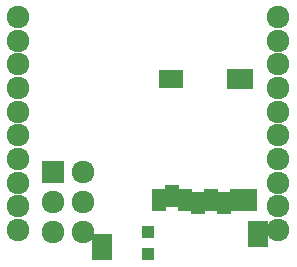
<source format=gbs>
G04 (created by PCBNEW (2013-mar-13)-testing) date Thu 17 Oct 2013 16:03:04 EST*
%MOIN*%
G04 Gerber Fmt 3.4, Leading zero omitted, Abs format*
%FSLAX34Y34*%
G01*
G70*
G90*
G04 APERTURE LIST*
%ADD10C,0.003937*%
%ADD11C,0.075748*%
%ADD12R,0.075748X0.075748*%
%ADD13R,0.043307X0.043307*%
%ADD14R,0.045248X0.074848*%
%ADD15R,0.070848X0.090548*%
%ADD16R,0.086648X0.070848*%
%ADD17R,0.078774X0.062974*%
G04 APERTURE END LIST*
G54D10*
G54D11*
X9441Y8314D03*
X9441Y5164D03*
X9441Y3590D03*
X9441Y4377D03*
X9441Y6739D03*
X9441Y5952D03*
X9441Y7527D03*
X9441Y2015D03*
X9441Y1227D03*
X9441Y2802D03*
X779Y2802D03*
X779Y1227D03*
X779Y2015D03*
X779Y7527D03*
X779Y5952D03*
X779Y6739D03*
X779Y4377D03*
X779Y3590D03*
X779Y5164D03*
X779Y8314D03*
G54D12*
X1929Y3169D03*
G54D11*
X2929Y3169D03*
X1929Y2169D03*
X2929Y2169D03*
X1929Y1169D03*
X2929Y1169D03*
G54D13*
X5110Y1145D03*
X5114Y437D03*
G54D14*
X8066Y2208D03*
X8499Y2208D03*
X7633Y2129D03*
X7200Y2208D03*
X5468Y2208D03*
X5901Y2365D03*
X6334Y2208D03*
X6767Y2129D03*
G54D15*
X8775Y1086D03*
X3559Y653D03*
G54D16*
X8165Y6263D03*
G54D17*
X5881Y6263D03*
M02*

</source>
